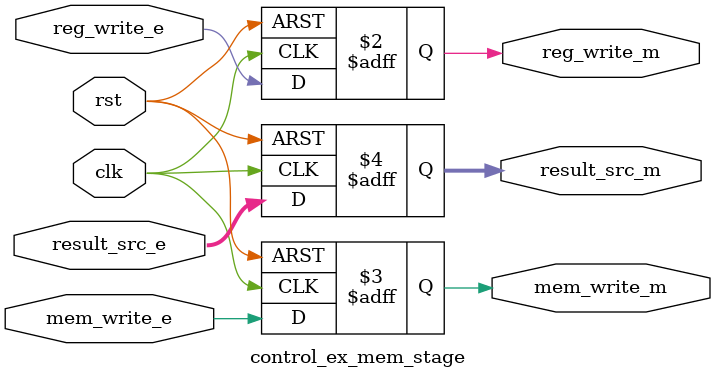
<source format=sv>


module control_ex_mem_stage (
       input logic clk, rst, //clr,

       //input 
       input logic reg_write_e, mem_write_e,
       input logic [1:0] result_src_e, 

       //output
       output logic reg_write_m, mem_write_m,
       output logic [1:0] result_src_m
);

always_ff @ (posedge clk or posedge rst) 
begin
       if (rst) begin
              reg_write_m <= 0;
              mem_write_m <= 0;
              result_src_m <= 0;
       end

       else begin
              reg_write_m <= reg_write_e;
              mem_write_m <= mem_write_e;
              result_src_m <= result_src_e;
       end

end


endmodule
</source>
